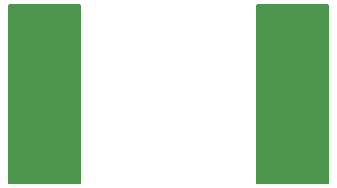
<source format=gbr>
%TF.GenerationSoftware,KiCad,Pcbnew,(6.0.10)*%
%TF.CreationDate,2023-05-27T15:47:13+03:00*%
%TF.ProjectId,BSF_5,4253465f-352e-46b6-9963-61645f706362,rev?*%
%TF.SameCoordinates,Original*%
%TF.FileFunction,Soldermask,Bot*%
%TF.FilePolarity,Negative*%
%FSLAX46Y46*%
G04 Gerber Fmt 4.6, Leading zero omitted, Abs format (unit mm)*
G04 Created by KiCad (PCBNEW (6.0.10)) date 2023-05-27 15:47:13*
%MOMM*%
%LPD*%
G01*
G04 APERTURE LIST*
%ADD10C,0.150000*%
%ADD11R,5.080000X1.500000*%
G04 APERTURE END LIST*
D10*
X142500000Y-94750000D02*
X136500000Y-94750000D01*
X136500000Y-94750000D02*
X136500000Y-79750000D01*
X136500000Y-79750000D02*
X142500000Y-79750000D01*
X142500000Y-79750000D02*
X142500000Y-94750000D01*
G36*
X142500000Y-94750000D02*
G01*
X136500000Y-94750000D01*
X136500000Y-79750000D01*
X142500000Y-79750000D01*
X142500000Y-94750000D01*
G37*
X121500000Y-94750000D02*
X115500000Y-94750000D01*
X115500000Y-94750000D02*
X115500000Y-79750000D01*
X115500000Y-79750000D02*
X121500000Y-79750000D01*
X121500000Y-79750000D02*
X121500000Y-94750000D01*
G36*
X121500000Y-94750000D02*
G01*
X115500000Y-94750000D01*
X115500000Y-79750000D01*
X121500000Y-79750000D01*
X121500000Y-94750000D01*
G37*
D11*
%TO.C,J1*%
X118362500Y-91750000D03*
X118362500Y-83250000D03*
%TD*%
%TO.C,J2*%
X139500000Y-83250000D03*
X139500000Y-91750000D03*
%TD*%
M02*

</source>
